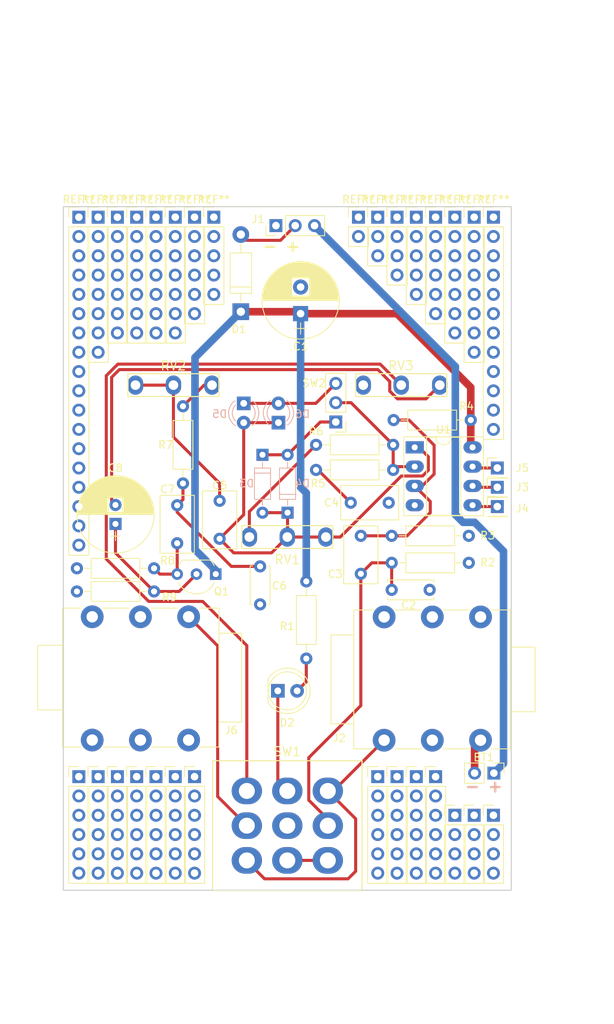
<source format=kicad_pcb>
(kicad_pcb (version 4) (host pcbnew 4.0.7)
  (layers (0 F.Cu signal) (31 B.Cu signal) (34 B.Paste user) (35 F.Paste user) (36 B.SilkS user) (37 F.SilkS user) (38 B.Mask user) (39 F.Mask user) (44 Edge.Cuts user))
  (net 0 "")
  (net 1 +9V)
  (net 2 GND)
  (net 3 "Net-(C2-Pad1)")
  (net 4 "Net-(C3-Pad1)")
  (net 5 "Net-(C4-Pad1)")
  (net 6 "Net-(C5-Pad1)")
  (net 7 "Net-(C5-Pad2)")
  (net 8 "Net-(C6-Pad1)")
  (net 9 "Net-(C7-Pad1)")
  (net 10 "Net-(C8-Pad1)")
  (net 11 "Net-(C8-Pad2)")
  (net 12 "Net-(D1-Pad2)")
  (net 13 "Net-(D2-Pad1)")
  (net 14 "Net-(D2-Pad2)")
  (net 15 "Net-(D3-Pad1)")
  (net 16 "Net-(D5-Pad1)")
  (net 17 "Net-(J2-Pad1)")
  (net 18 "Net-(J3-Pad1)")
  (net 19 "Net-(J4-Pad1)")
  (net 20 "Net-(J5-Pad1)")
  (net 21 "Net-(J6-Pad4)")
  (net 22 "Net-(J6-Pad1)")
  (net 23 "Net-(R5-Pad1)")
  (net 24 "Net-(R6-Pad1)")
  (net 25 "Net-(R7-Pad2)")
  (net 26 "Net-(RV3-Pad2)")
  (net 27 "Net-(SW1-Pad3)")
  (net 28 /Batt+)
  (net 29 /Batt-)
  (module guitar-projects:pot_16mm_long_lead (layer F.Cu) (at 113 117)
    (fp_text reference RV1 (at 0 2.97) (layer F.SilkS) (effects (font (size 1.2 1.2))))
    (fp_text value "1M Log")
    (pad 1 thru_hole oval (at -5 0) (size 2.032 2.54) (drill 1.27) (layers *.Cu *.Mask) (net 24 "Net-(R6-Pad1)"))
    (pad 2 thru_hole oval (at 0 0) (size 2.032 2.54) (drill 1.27) (layers *.Cu *.Mask) (net 7 "Net-(C5-Pad2)"))
    (pad 3 thru_hole oval (at 5.08 0) (size 2.032 2.54) (drill 1.27) (layers *.Cu *.Mask) (net 7 "Net-(C5-Pad2)"))
  )
  (module guitar-projects:pot_16mm_long_lead (layer F.Cu) (at 128 97)
    (fp_text reference RV3 (at -0.042 -2.552) (layer F.SilkS) (effects (font (size 1.2 1.2))))
    (fp_text value "100k Log")
    (pad 1 thru_hole oval (at -5 0) (size 2.032 2.54) (drill 1.27) (layers *.Cu *.Mask) (net 2 GND))
    (pad 2 thru_hole oval (at 0 0) (size 2.032 2.54) (drill 1.27) (layers *.Cu *.Mask) (net 26 "Net-(RV3-Pad2)"))
    (pad 3 thru_hole oval (at 5.08 0) (size 2.032 2.54) (drill 1.27) (layers *.Cu *.Mask) (net 11 "Net-(C8-Pad2)"))
  )
  (module pot_16mm_long_lead (layer F.Cu) (at 98 97)
    (fp_text reference RV2 (at -0.014 -2.552) (layer F.SilkS) (effects (font (size 1.2 1.2))))
    (fp_text value "100k Lin")
    (pad 1 thru_hole oval (at -5 0) (size 2.032 2.54) (drill 1.27) (layers *.Cu *.Mask) (net 6 "Net-(C5-Pad1)"))
    (pad 2 thru_hole oval (at 0 0) (size 2.032 2.54) (drill 1.27) (layers *.Cu *.Mask) (net 6 "Net-(C5-Pad1)"))
    (pad 3 thru_hole oval (at 5.08 0) (size 2.032 2.54) (drill 1.27) (layers *.Cu *.Mask) (net 25 "Net-(R7-Pad2)"))
  )
  (module guitar-projects:3PDT_Solder_Lugs (layer F.Cu) (at 113 155 180)
    (fp_text reference SW1 (at 0.028 9.752 360) (layer F.SilkS) (effects (font (size 1.2 1.2))))
    (fp_text value SW_3PDT)
    (pad 9 thru_hole oval (at 5.334 -4.572 90) (size 3.5 4) (drill 2.1) (layers *.Cu *.Mask) (net 17 "Net-(J2-Pad1)"))
    (pad 8 thru_hole oval (at 5.334 0 90) (size 3.5 4) (drill 2.1) (layers *.Cu *.Mask) (net 22 "Net-(J6-Pad1)"))
    (pad 7 thru_hole oval (at 5.334 4.572 90) (size 3.5 4) (drill 2.1) (layers *.Cu *.Mask) (net 26 "Net-(RV3-Pad2)"))
    (pad 4 thru_hole oval (at 0 4.572 90) (size 3.5 4) (drill 2.1) (layers *.Cu *.Mask) (net 13 "Net-(D2-Pad1)"))
    (pad 1 thru_hole oval (at -5.334 4.572 90) (size 3.5 4) (drill 2.1) (layers *.Cu *.Mask) (net 17 "Net-(J2-Pad1)"))
    (pad 5 thru_hole oval (at 0 0 90) (size 3.5 4) (drill 2.1) (layers *.Cu *.Mask) (net 2 GND))
    (pad 2 thru_hole oval (at -5.334 0 90) (size 3.5 4) (drill 2.1) (layers *.Cu *.Mask) (net 3 "Net-(C2-Pad1)"))
    (pad 6 thru_hole oval (at 0 -4.572 90) (size 3.5 4) (drill 2.1) (layers *.Cu *.Mask) (net 27 "Net-(SW1-Pad3)"))
    (pad 3 thru_hole oval (at -5.334 -4.572 90) (size 3.5 4) (drill 2.1) (layers *.Cu *.Mask) (net 27 "Net-(SW1-Pad3)"))
  )
  (module Pin_Headers:Pin_Header_Straight_1x02_Pitch2.54mm (layer F.Cu) (at 140.208 148.082 270)
    (fp_text reference BT1 (at -2.072 1.328 360) (layer F.SilkS))
    (fp_text value 9V)
    (pad 1 thru_hole rect (at 0 0 270) (size 1.7 1.7) (drill 1) (layers *.Cu *.Mask) (net 28 /Batt+))
    (pad 2 thru_hole oval (at 0 2.54 270) (size 1.7 1.7) (drill 1) (layers *.Cu *.Mask) (net 29 /Batt-))
  )
  (module Capacitors_THT:CP_Radial_D10.0mm_P3.50mm (layer F.Cu) (at 114.75 87.59 90)
    (fp_text reference C1 (at -4.318 0 180) (layer F.SilkS))
    (fp_text value 100u)
    (pad 1 thru_hole rect (at 0 0 90) (size 2 2) (drill 1) (layers *.Cu *.Mask) (net 1 +9V))
    (pad 2 thru_hole circle (at 3.5 0 90) (size 2 2) (drill 1) (layers *.Cu *.Mask) (net 2 GND))
  )
  (module Capacitors_THT:C_Disc_D6.0mm_W2.5mm_P5.00mm (layer F.Cu) (at 126.746 123.952)
    (fp_text reference C2 (at 2.228 1.992) (layer F.SilkS))
    (fp_text value 0.001u)
    (pad 1 thru_hole circle (at 0 0) (size 1.6 1.6) (drill 0.8) (layers *.Cu *.Mask) (net 3 "Net-(C2-Pad1)"))
    (pad 2 thru_hole circle (at 5 0) (size 1.6 1.6) (drill 0.8) (layers *.Cu *.Mask) (net 2 GND))
  )
  (module Capacitors_THT:C_Disc_D7.5mm_W4.4mm_P5.00mm (layer F.Cu) (at 122.682 116.84 270)
    (fp_text reference C3 (at 5.04 3.36 360) (layer F.SilkS))
    (fp_text value 0.047u)
    (pad 1 thru_hole circle (at 0 0 270) (size 1.6 1.6) (drill 0.8) (layers *.Cu *.Mask) (net 4 "Net-(C3-Pad1)"))
    (pad 2 thru_hole circle (at 5 0 270) (size 1.6 1.6) (drill 0.8) (layers *.Cu *.Mask) (net 3 "Net-(C2-Pad1)"))
  )
  (module Capacitors_THT:C_Disc_D7.5mm_W4.4mm_P5.00mm (layer F.Cu) (at 121.354 112.482)
    (fp_text reference C4 (at -2.54 0) (layer F.SilkS))
    (fp_text value 0.22u)
    (pad 1 thru_hole circle (at 0 0) (size 1.6 1.6) (drill 0.8) (layers *.Cu *.Mask) (net 5 "Net-(C4-Pad1)"))
    (pad 2 thru_hole circle (at 5 0) (size 1.6 1.6) (drill 0.8) (layers *.Cu *.Mask) (net 2 GND))
  )
  (module Capacitors_THT:C_Disc_D7.5mm_W4.4mm_P5.00mm (layer F.Cu) (at 104.082 112.228 270)
    (fp_text reference C5 (at -2.032 0 360) (layer F.SilkS))
    (fp_text value 0.1u)
    (pad 1 thru_hole circle (at 0 0 270) (size 1.6 1.6) (drill 0.8) (layers *.Cu *.Mask) (net 6 "Net-(C5-Pad1)"))
    (pad 2 thru_hole circle (at 5 0 270) (size 1.6 1.6) (drill 0.8) (layers *.Cu *.Mask) (net 7 "Net-(C5-Pad2)"))
  )
  (module Capacitors_THT:C_Disc_D5.0mm_W2.5mm_P5.00mm (layer F.Cu) (at 109.416 120.864 270)
    (fp_text reference C6 (at 2.54 -2.54 360) (layer F.SilkS))
    (fp_text value 0.0033u)
    (pad 1 thru_hole circle (at 0 0 270) (size 1.6 1.6) (drill 0.8) (layers *.Cu *.Mask) (net 8 "Net-(C6-Pad1)"))
    (pad 2 thru_hole circle (at 5 0 270) (size 1.6 1.6) (drill 0.8) (layers *.Cu *.Mask) (net 2 GND))
  )
  (module Capacitors_THT:C_Disc_D7.5mm_W4.4mm_P5.00mm (layer F.Cu) (at 98.494 117.816 90)
    (fp_text reference C7 (at 7.112 -1.27 180) (layer F.SilkS))
    (fp_text value 0.1u)
    (pad 1 thru_hole circle (at 0 0 90) (size 1.6 1.6) (drill 0.8) (layers *.Cu *.Mask) (net 9 "Net-(C7-Pad1)"))
    (pad 2 thru_hole circle (at 5 0 90) (size 1.6 1.6) (drill 0.8) (layers *.Cu *.Mask) (net 8 "Net-(C6-Pad1)"))
  )
  (module Capacitors_THT:CP_Radial_D10.0mm_P2.50mm (layer F.Cu) (at 90.366 115.276 90)
    (fp_text reference C8 (at 7.366 0 180) (layer F.SilkS))
    (fp_text value 10u)
    (pad 1 thru_hole rect (at 0 0 90) (size 1.6 1.6) (drill 0.8) (layers *.Cu *.Mask) (net 10 "Net-(C8-Pad1)"))
    (pad 2 thru_hole circle (at 2.5 0 90) (size 1.6 1.6) (drill 0.8) (layers *.Cu *.Mask) (net 11 "Net-(C8-Pad2)"))
  )
  (module Diodes_THT:D_DO-41_SOD81_P10.16mm_Horizontal (layer F.Cu) (at 106.876 87.336 90)
    (fp_text reference D1 (at -2.286 -0.254 180) (layer F.SilkS))
    (fp_text value 1n5818)
    (pad 1 thru_hole rect (at 0 0 90) (size 2.2 2.2) (drill 1.1) (layers *.Cu *.Mask) (net 1 +9V))
    (pad 2 thru_hole oval (at 10.16 0 90) (size 2.2 2.2) (drill 1.1) (layers *.Cu *.Mask) (net 12 "Net-(D1-Pad2)"))
  )
  (module LEDs:LED_D5.0mm (layer F.Cu) (at 111.75 137.25)
    (fp_text reference D2 (at 1.222 4.188) (layer F.SilkS))
    (fp_text value LED)
    (pad 1 thru_hole rect (at 0 0) (size 1.8 1.8) (drill 0.9) (layers *.Cu *.Mask) (net 13 "Net-(D2-Pad1)"))
    (pad 2 thru_hole circle (at 2.54 0) (size 1.8 1.8) (drill 0.9) (layers *.Cu *.Mask) (net 14 "Net-(D2-Pad2)"))
  )
  (module LEDs:LED_D3.0mm (layer B.Cu) (at 107.257 99.401 270)
    (fp_text reference D5 (at 1.397 3.175 360) (layer B.SilkS) (effects (justify mirror)))
    (fp_text value LED)
    (pad 1 thru_hole rect (at 0 0 270) (size 1.8 1.8) (drill 0.9) (layers *.Cu *.Mask) (net 16 "Net-(D5-Pad1)"))
    (pad 2 thru_hole circle (at 2.54 0 270) (size 1.8 1.8) (drill 0.9) (layers *.Cu *.Mask) (net 7 "Net-(C5-Pad2)"))
  )
  (module LEDs:LED_D3.0mm (layer B.Cu) (at 111.829 101.941 90)
    (fp_text reference D6 (at 1.143 3.175 180) (layer B.SilkS) (effects (justify mirror)))
    (fp_text value LED)
    (pad 1 thru_hole rect (at 0 0 90) (size 1.8 1.8) (drill 0.9) (layers *.Cu *.Mask) (net 7 "Net-(C5-Pad2)"))
    (pad 2 thru_hole circle (at 2.54 0 90) (size 1.8 1.8) (drill 0.9) (layers *.Cu *.Mask) (net 16 "Net-(D5-Pad1)"))
  )
  (module Pin_Headers:Pin_Header_Straight_1x03_Pitch2.54mm (layer F.Cu) (at 111.5 76 90)
    (fp_text reference J1 (at 0.856 -2.338 180) (layer F.SilkS))
    (fp_text value "2.1mm Center Neg Insulated")
    (pad 1 thru_hole rect (at 0 0 90) (size 1.7 1.7) (drill 1) (layers *.Cu *.Mask) (net 2 GND))
    (pad 2 thru_hole oval (at 0 2.54 90) (size 1.7 1.7) (drill 1) (layers *.Cu *.Mask) (net 12 "Net-(D1-Pad2)"))
    (pad 3 thru_hole oval (at 0 5.08 90) (size 1.7 1.7) (drill 1) (layers *.Cu *.Mask) (net 28 /Batt+))
  )
  (module Connectors:NMJ6HCD2 (layer F.Cu) (at 125.75 143.75 90)
    (fp_text reference J2 (at 0.28 -5.92 180) (layer F.SilkS))
    (fp_text value "Input Stereo")
    (pad 6 thru_hole circle (at 16.23 6.35 90) (size 3 3) (drill 1.5) (layers *.Cu *.Mask) (net 2 GND))
    (pad 5 thru_hole circle (at 16.23 12.7 90) (size 3 3) (drill 1.5) (layers *.Cu *.Mask) (net 2 GND))
    (pad 4 thru_hole circle (at 16.23 0 90) (size 3 3) (drill 1.5) (layers *.Cu *.Mask) (net 2 GND))
    (pad 3 thru_hole circle (at 0 6.35 90) (size 3 3) (drill 1.5) (layers *.Cu *.Mask) (net 2 GND))
    (pad 2 thru_hole circle (at 0 12.7 90) (size 3 3) (drill 1.5) (layers *.Cu *.Mask) (net 29 /Batt-))
    (pad 1 thru_hole circle (at 0 0 90) (size 3 3) (drill 1.5) (layers *.Cu *.Mask) (net 17 "Net-(J2-Pad1)"))
  )
  (module Pin_Headers:Pin_Header_Straight_1x01_Pitch2.54mm (layer F.Cu) (at 140.658 110.45)
    (fp_text reference J3 (at 3.302 0) (layer F.SilkS))
    (fp_text value TEST_1P)
    (pad 1 thru_hole rect (at 0 0) (size 1.7 1.7) (drill 1) (layers *.Cu *.Mask) (net 18 "Net-(J3-Pad1)"))
  )
  (module Pin_Headers:Pin_Header_Straight_1x01_Pitch2.54mm (layer F.Cu) (at 140.658 112.99)
    (fp_text reference J4 (at 3.302 0.254) (layer F.SilkS))
    (fp_text value TEST_1P)
    (pad 1 thru_hole rect (at 0 0) (size 1.7 1.7) (drill 1) (layers *.Cu *.Mask) (net 19 "Net-(J4-Pad1)"))
  )
  (module Pin_Headers:Pin_Header_Straight_1x01_Pitch2.54mm (layer F.Cu) (at 140.658 107.91)
    (fp_text reference J5 (at 3.302 0) (layer F.SilkS))
    (fp_text value TEST_1P)
    (pad 1 thru_hole rect (at 0 0) (size 1.7 1.7) (drill 1) (layers *.Cu *.Mask) (net 20 "Net-(J5-Pad1)"))
  )
  (module Connectors:NMJ6HCD2 (layer F.Cu) (at 100 127.5 270)
    (fp_text reference J6 (at 14.954 -5.606 360) (layer F.SilkS))
    (fp_text value "Output Mono")
    (pad 6 thru_hole circle (at 16.23 6.35 270) (size 3 3) (drill 1.5) (layers *.Cu *.Mask) (net 2 GND))
    (pad 5 thru_hole circle (at 16.23 12.7 270) (size 3 3) (drill 1.5) (layers *.Cu *.Mask) (net 2 GND))
    (pad 4 thru_hole circle (at 16.23 0 270) (size 3 3) (drill 1.5) (layers *.Cu *.Mask) (net 21 "Net-(J6-Pad4)"))
    (pad 3 thru_hole circle (at 0 6.35 270) (size 3 3) (drill 1.5) (layers *.Cu *.Mask) (net 2 GND))
    (pad 2 thru_hole circle (at 0 12.7 270) (size 3 3) (drill 1.5) (layers *.Cu *.Mask) (net 2 GND))
    (pad 1 thru_hole circle (at 0 0 270) (size 3 3) (drill 1.5) (layers *.Cu *.Mask) (net 22 "Net-(J6-Pad1)"))
  )
  (module TO_SOT_Packages_THT:TO-92_Inline_Wide (layer F.Cu) (at 103.574 121.88 180)
    (fp_text reference Q1 (at -0.762 -2.286 360) (layer F.SilkS))
    (fp_text value j201)
    (pad 2 thru_hole circle (at 2.54 0 270) (size 1.52 1.52) (drill 0.8) (layers *.Cu *.Mask) (net 10 "Net-(C8-Pad1)"))
    (pad 3 thru_hole circle (at 5.08 0 270) (size 1.52 1.52) (drill 0.8) (layers *.Cu *.Mask) (net 9 "Net-(C7-Pad1)"))
    (pad 1 thru_hole rect (at 0 0 270) (size 1.52 1.52) (drill 0.8) (layers *.Cu *.Mask) (net 1 +9V))
  )
  (module Resistors_THT:R_Axial_DIN0207_L6.3mm_D2.5mm_P10.16mm_Horizontal (layer F.Cu) (at 115.5 133 90)
    (fp_text reference R1 (at 4.262 -2.528 180) (layer F.SilkS))
    (fp_text value 10k)
    (pad 1 thru_hole circle (at 0 0 90) (size 1.6 1.6) (drill 0.8) (layers *.Cu *.Mask) (net 14 "Net-(D2-Pad2)"))
    (pad 2 thru_hole oval (at 10.16 0 90) (size 1.6 1.6) (drill 0.8) (layers *.Cu *.Mask) (net 1 +9V))
  )
  (module Resistors_THT:R_Axial_DIN0207_L6.3mm_D2.5mm_P10.16mm_Horizontal (layer F.Cu) (at 126.746 120.396)
    (fp_text reference R2 (at 12.642 -0.04) (layer F.SilkS))
    (fp_text value 1M)
    (pad 1 thru_hole circle (at 0 0) (size 1.6 1.6) (drill 0.8) (layers *.Cu *.Mask) (net 3 "Net-(C2-Pad1)"))
    (pad 2 thru_hole oval (at 10.16 0) (size 1.6 1.6) (drill 0.8) (layers *.Cu *.Mask) (net 2 GND))
  )
  (module Resistors_THT:R_Axial_DIN0207_L6.3mm_D2.5mm_P10.16mm_Horizontal (layer F.Cu) (at 126.746 116.84)
    (fp_text reference R3 (at 12.642 -0.04) (layer F.SilkS))
    (fp_text value 470k)
    (pad 1 thru_hole circle (at 0 0) (size 1.6 1.6) (drill 0.8) (layers *.Cu *.Mask) (net 4 "Net-(C3-Pad1)"))
    (pad 2 thru_hole oval (at 10.16 0) (size 1.6 1.6) (drill 0.8) (layers *.Cu *.Mask) (net 2 GND))
  )
  (module Resistors_THT:R_Axial_DIN0207_L6.3mm_D2.5mm_P10.16mm_Horizontal (layer F.Cu) (at 137.16 101.6 180)
    (fp_text reference R4 (at 0.566 1.818 180) (layer F.SilkS))
    (fp_text value 470k)
    (pad 1 thru_hole circle (at 0 0 180) (size 1.6 1.6) (drill 0.8) (layers *.Cu *.Mask) (net 1 +9V))
    (pad 2 thru_hole oval (at 10.16 0 180) (size 1.6 1.6) (drill 0.8) (layers *.Cu *.Mask) (net 4 "Net-(C3-Pad1)"))
  )
  (module Resistors_THT:R_Axial_DIN0207_L6.3mm_D2.5mm_P10.16mm_Horizontal (layer F.Cu) (at 126.942 108.164 180)
    (fp_text reference R5 (at 9.906 -1.778 180) (layer F.SilkS))
    (fp_text value 1k8)
    (pad 1 thru_hole circle (at 0 0 180) (size 1.6 1.6) (drill 0.8) (layers *.Cu *.Mask) (net 23 "Net-(R5-Pad1)"))
    (pad 2 thru_hole oval (at 10.16 0 180) (size 1.6 1.6) (drill 0.8) (layers *.Cu *.Mask) (net 5 "Net-(C4-Pad1)"))
  )
  (module Resistors_THT:R_Axial_DIN0207_L6.3mm_D2.5mm_P10.16mm_Horizontal (layer F.Cu) (at 116.782 104.862)
    (fp_text reference R6 (at 0 -1.778) (layer F.SilkS))
    (fp_text value 10k)
    (pad 1 thru_hole circle (at 0 0) (size 1.6 1.6) (drill 0.8) (layers *.Cu *.Mask) (net 24 "Net-(R6-Pad1)"))
    (pad 2 thru_hole oval (at 10.16 0) (size 1.6 1.6) (drill 0.8) (layers *.Cu *.Mask) (net 23 "Net-(R5-Pad1)"))
  )
  (module Resistors_THT:R_Axial_DIN0207_L6.3mm_D2.5mm_P10.16mm_Horizontal (layer F.Cu) (at 99.256 109.942 90)
    (fp_text reference R7 (at 5.08 -2.286 180) (layer F.SilkS))
    (fp_text value 1k8)
    (pad 1 thru_hole circle (at 0 0 90) (size 1.6 1.6) (drill 0.8) (layers *.Cu *.Mask) (net 8 "Net-(C6-Pad1)"))
    (pad 2 thru_hole oval (at 10.16 0 90) (size 1.6 1.6) (drill 0.8) (layers *.Cu *.Mask) (net 25 "Net-(R7-Pad2)"))
  )
  (module Resistors_THT:R_Axial_DIN0207_L6.3mm_D2.5mm_P10.16mm_Horizontal (layer F.Cu) (at 95.446 121.118 180)
    (fp_text reference R8 (at -1.778 1.016 180) (layer F.SilkS))
    (fp_text value 1M)
    (pad 1 thru_hole circle (at 0 0 180) (size 1.6 1.6) (drill 0.8) (layers *.Cu *.Mask) (net 9 "Net-(C7-Pad1)"))
    (pad 2 thru_hole oval (at 10.16 0 180) (size 1.6 1.6) (drill 0.8) (layers *.Cu *.Mask) (net 2 GND))
  )
  (module Resistors_THT:R_Axial_DIN0207_L6.3mm_D2.5mm_P10.16mm_Horizontal (layer F.Cu) (at 95.446 124.166 180)
    (fp_text reference R9 (at -2.032 -0.762 180) (layer F.SilkS))
    (fp_text value 10k)
    (pad 1 thru_hole circle (at 0 0 180) (size 1.6 1.6) (drill 0.8) (layers *.Cu *.Mask) (net 10 "Net-(C8-Pad1)"))
    (pad 2 thru_hole oval (at 10.16 0 180) (size 1.6 1.6) (drill 0.8) (layers *.Cu *.Mask) (net 2 GND))
  )
  (module Pin_Headers:Pin_Header_Straight_1x03_Pitch2.54mm (layer F.Cu) (at 119.38 101.854 180)
    (fp_text reference SW2 (at 2.852 5.12 180) (layer F.SilkS))
    (fp_text value SW_SPDT)
    (pad 1 thru_hole rect (at 0 0 180) (size 1.7 1.7) (drill 1) (layers *.Cu *.Mask) (net 15 "Net-(D3-Pad1)"))
    (pad 2 thru_hole oval (at 0 2.54 180) (size 1.7 1.7) (drill 1) (layers *.Cu *.Mask) (net 23 "Net-(R5-Pad1)"))
    (pad 3 thru_hole oval (at 0 5.08 180) (size 1.7 1.7) (drill 1) (layers *.Cu *.Mask) (net 16 "Net-(D5-Pad1)"))
  )
  (module Housings_DIP:DIP-8_W7.62mm_Socket_LongPads (layer F.Cu) (at 129.778 105.19)
    (fp_text reference U1 (at 3.81 -2.33) (layer F.SilkS))
    (fp_text value NE5532)
    (pad 1 thru_hole rect (at 0 0) (size 2.4 1.6) (drill 0.8) (layers *.Cu *.Mask) (net 7 "Net-(C5-Pad2)"))
    (pad 5 thru_hole oval (at 7.62 7.62) (size 2.4 1.6) (drill 0.8) (layers *.Cu *.Mask) (net 19 "Net-(J4-Pad1)"))
    (pad 2 thru_hole oval (at 0 2.54) (size 2.4 1.6) (drill 0.8) (layers *.Cu *.Mask) (net 23 "Net-(R5-Pad1)"))
    (pad 6 thru_hole oval (at 7.62 5.08) (size 2.4 1.6) (drill 0.8) (layers *.Cu *.Mask) (net 18 "Net-(J3-Pad1)"))
    (pad 3 thru_hole oval (at 0 5.08) (size 2.4 1.6) (drill 0.8) (layers *.Cu *.Mask) (net 4 "Net-(C3-Pad1)"))
    (pad 7 thru_hole oval (at 7.62 2.54) (size 2.4 1.6) (drill 0.8) (layers *.Cu *.Mask) (net 20 "Net-(J5-Pad1)"))
    (pad 4 thru_hole oval (at 0 7.62) (size 2.4 1.6) (drill 0.8) (layers *.Cu *.Mask) (net 2 GND))
    (pad 8 thru_hole oval (at 7.62 0) (size 2.4 1.6) (drill 0.8) (layers *.Cu *.Mask) (net 1 +9V))
  )
  (module Diodes_THT:D_DO-35_SOD27_P7.62mm_Horizontal (layer B.Cu) (at 109.728 106.172 270)
    (fp_text reference D3 (at 3.77 2.09 360) (layer B.SilkS) (effects (justify mirror)))
    (fp_text value 1N4148)
    (pad 1 thru_hole rect (at 0 0 270) (size 1.6 1.6) (drill 0.8) (layers *.Cu *.Mask) (net 15 "Net-(D3-Pad1)"))
    (pad 2 thru_hole oval (at 7.62 0 270) (size 1.6 1.6) (drill 0.8) (layers *.Cu *.Mask) (net 7 "Net-(C5-Pad2)"))
  )
  (module Diodes_THT:D_DO-35_SOD27_P7.62mm_Horizontal (layer B.Cu) (at 113.03 113.792 90)
    (fp_text reference D4 (at 3.85 1.974 180) (layer B.SilkS) (effects (justify mirror)))
    (fp_text value 1N4148)
    (pad 1 thru_hole rect (at 0 0 90) (size 1.6 1.6) (drill 0.8) (layers *.Cu *.Mask) (net 7 "Net-(C5-Pad2)"))
    (pad 2 thru_hole oval (at 7.62 0 90) (size 1.6 1.6) (drill 0.8) (layers *.Cu *.Mask) (net 15 "Net-(D3-Pad1)"))
  )
  (module Pin_Headers:Pin_Header_Straight_1x07_Pitch2.54mm (layer F.Cu) (at 90.62 74.89)
    (fp_text reference REF** (at 0 -2.33) (layer F.SilkS))
    (fp_text value "")
    (pad 1 thru_hole rect (at 0 0) (size 1.7 1.7) (drill 1) (layers *.Cu *.Mask))
    (pad 2 thru_hole oval (at 0 2.54) (size 1.7 1.7) (drill 1) (layers *.Cu *.Mask))
    (pad 3 thru_hole oval (at 0 5.08) (size 1.7 1.7) (drill 1) (layers *.Cu *.Mask))
    (pad 4 thru_hole oval (at 0 7.62) (size 1.7 1.7) (drill 1) (layers *.Cu *.Mask))
    (pad 5 thru_hole oval (at 0 10.16) (size 1.7 1.7) (drill 1) (layers *.Cu *.Mask))
    (pad 6 thru_hole oval (at 0 12.7) (size 1.7 1.7) (drill 1) (layers *.Cu *.Mask))
    (pad 7 thru_hole oval (at 0 15.24) (size 1.7 1.7) (drill 1) (layers *.Cu *.Mask))
  )
  (module Pin_Headers:Pin_Header_Straight_1x07_Pitch2.54mm (layer F.Cu) (at 93.16 74.89)
    (fp_text reference REF** (at 0 -2.33) (layer F.SilkS))
    (fp_text value "")
    (pad 1 thru_hole rect (at 0 0) (size 1.7 1.7) (drill 1) (layers *.Cu *.Mask))
    (pad 2 thru_hole oval (at 0 2.54) (size 1.7 1.7) (drill 1) (layers *.Cu *.Mask))
    (pad 3 thru_hole oval (at 0 5.08) (size 1.7 1.7) (drill 1) (layers *.Cu *.Mask))
    (pad 4 thru_hole oval (at 0 7.62) (size 1.7 1.7) (drill 1) (layers *.Cu *.Mask))
    (pad 5 thru_hole oval (at 0 10.16) (size 1.7 1.7) (drill 1) (layers *.Cu *.Mask))
    (pad 6 thru_hole oval (at 0 12.7) (size 1.7 1.7) (drill 1) (layers *.Cu *.Mask))
    (pad 7 thru_hole oval (at 0 15.24) (size 1.7 1.7) (drill 1) (layers *.Cu *.Mask))
  )
  (module Pin_Headers:Pin_Header_Straight_1x07_Pitch2.54mm (layer F.Cu) (at 95.7 74.89)
    (fp_text reference REF** (at 0 -2.33) (layer F.SilkS))
    (fp_text value "")
    (pad 1 thru_hole rect (at 0 0) (size 1.7 1.7) (drill 1) (layers *.Cu *.Mask))
    (pad 2 thru_hole oval (at 0 2.54) (size 1.7 1.7) (drill 1) (layers *.Cu *.Mask))
    (pad 3 thru_hole oval (at 0 5.08) (size 1.7 1.7) (drill 1) (layers *.Cu *.Mask))
    (pad 4 thru_hole oval (at 0 7.62) (size 1.7 1.7) (drill 1) (layers *.Cu *.Mask))
    (pad 5 thru_hole oval (at 0 10.16) (size 1.7 1.7) (drill 1) (layers *.Cu *.Mask))
    (pad 6 thru_hole oval (at 0 12.7) (size 1.7 1.7) (drill 1) (layers *.Cu *.Mask))
    (pad 7 thru_hole oval (at 0 15.24) (size 1.7 1.7) (drill 1) (layers *.Cu *.Mask))
  )
  (module Pin_Headers:Pin_Header_Straight_1x07_Pitch2.54mm (layer F.Cu) (at 98.24 74.89)
    (fp_text reference REF** (at 0 -2.33) (layer F.SilkS))
    (fp_text value "")
    (pad 1 thru_hole rect (at 0 0) (size 1.7 1.7) (drill 1) (layers *.Cu *.Mask))
    (pad 2 thru_hole oval (at 0 2.54) (size 1.7 1.7) (drill 1) (layers *.Cu *.Mask))
    (pad 3 thru_hole oval (at 0 5.08) (size 1.7 1.7) (drill 1) (layers *.Cu *.Mask))
    (pad 4 thru_hole oval (at 0 7.62) (size 1.7 1.7) (drill 1) (layers *.Cu *.Mask))
    (pad 5 thru_hole oval (at 0 10.16) (size 1.7 1.7) (drill 1) (layers *.Cu *.Mask))
    (pad 6 thru_hole oval (at 0 12.7) (size 1.7 1.7) (drill 1) (layers *.Cu *.Mask))
    (pad 7 thru_hole oval (at 0 15.24) (size 1.7 1.7) (drill 1) (layers *.Cu *.Mask))
  )
  (module Pin_Headers:Pin_Header_Straight_1x06_Pitch2.54mm (layer F.Cu) (at 100.78 74.89)
    (fp_text reference REF** (at 0 -2.33) (layer F.SilkS))
    (fp_text value "")
    (pad 1 thru_hole rect (at 0 0) (size 1.7 1.7) (drill 1) (layers *.Cu *.Mask))
    (pad 2 thru_hole oval (at 0 2.54) (size 1.7 1.7) (drill 1) (layers *.Cu *.Mask))
    (pad 3 thru_hole oval (at 0 5.08) (size 1.7 1.7) (drill 1) (layers *.Cu *.Mask))
    (pad 4 thru_hole oval (at 0 7.62) (size 1.7 1.7) (drill 1) (layers *.Cu *.Mask))
    (pad 5 thru_hole oval (at 0 10.16) (size 1.7 1.7) (drill 1) (layers *.Cu *.Mask))
    (pad 6 thru_hole oval (at 0 12.7) (size 1.7 1.7) (drill 1) (layers *.Cu *.Mask))
  )
  (module Pin_Headers:Pin_Header_Straight_1x05_Pitch2.54mm (layer F.Cu) (at 103.32 74.89)
    (fp_text reference REF** (at 0 -2.33) (layer F.SilkS))
    (fp_text value "")
    (pad 1 thru_hole rect (at 0 0) (size 1.7 1.7) (drill 1) (layers *.Cu *.Mask))
    (pad 2 thru_hole oval (at 0 2.54) (size 1.7 1.7) (drill 1) (layers *.Cu *.Mask))
    (pad 3 thru_hole oval (at 0 5.08) (size 1.7 1.7) (drill 1) (layers *.Cu *.Mask))
    (pad 4 thru_hole oval (at 0 7.62) (size 1.7 1.7) (drill 1) (layers *.Cu *.Mask))
    (pad 5 thru_hole oval (at 0 10.16) (size 1.7 1.7) (drill 1) (layers *.Cu *.Mask))
  )
  (module Pin_Headers:Pin_Header_Straight_1x12_Pitch2.54mm (layer F.Cu) (at 140.15 74.89)
    (fp_text reference REF** (at 0 -2.33) (layer F.SilkS))
    (fp_text value "")
    (pad 1 thru_hole rect (at 0 0) (size 1.7 1.7) (drill 1) (layers *.Cu *.Mask))
    (pad 2 thru_hole oval (at 0 2.54) (size 1.7 1.7) (drill 1) (layers *.Cu *.Mask))
    (pad 3 thru_hole oval (at 0 5.08) (size 1.7 1.7) (drill 1) (layers *.Cu *.Mask))
    (pad 4 thru_hole oval (at 0 7.62) (size 1.7 1.7) (drill 1) (layers *.Cu *.Mask))
    (pad 5 thru_hole oval (at 0 10.16) (size 1.7 1.7) (drill 1) (layers *.Cu *.Mask))
    (pad 6 thru_hole oval (at 0 12.7) (size 1.7 1.7) (drill 1) (layers *.Cu *.Mask))
    (pad 7 thru_hole oval (at 0 15.24) (size 1.7 1.7) (drill 1) (layers *.Cu *.Mask))
    (pad 8 thru_hole oval (at 0 17.78) (size 1.7 1.7) (drill 1) (layers *.Cu *.Mask))
    (pad 9 thru_hole oval (at 0 20.32) (size 1.7 1.7) (drill 1) (layers *.Cu *.Mask))
    (pad 10 thru_hole oval (at 0 22.86) (size 1.7 1.7) (drill 1) (layers *.Cu *.Mask))
    (pad 11 thru_hole oval (at 0 25.4) (size 1.7 1.7) (drill 1) (layers *.Cu *.Mask))
    (pad 12 thru_hole oval (at 0 27.94) (size 1.7 1.7) (drill 1) (layers *.Cu *.Mask))
  )
  (module Pin_Headers:Pin_Header_Straight_1x08_Pitch2.54mm (layer F.Cu) (at 137.61 74.89)
    (fp_text reference REF** (at 0 -2.33) (layer F.SilkS))
    (fp_text value "")
    (pad 1 thru_hole rect (at 0 0) (size 1.7 1.7) (drill 1) (layers *.Cu *.Mask))
    (pad 2 thru_hole oval (at 0 2.54) (size 1.7 1.7) (drill 1) (layers *.Cu *.Mask))
    (pad 3 thru_hole oval (at 0 5.08) (size 1.7 1.7) (drill 1) (layers *.Cu *.Mask))
    (pad 4 thru_hole oval (at 0 7.62) (size 1.7 1.7) (drill 1) (layers *.Cu *.Mask))
    (pad 5 thru_hole oval (at 0 10.16) (size 1.7 1.7) (drill 1) (layers *.Cu *.Mask))
    (pad 6 thru_hole oval (at 0 12.7) (size 1.7 1.7) (drill 1) (layers *.Cu *.Mask))
    (pad 7 thru_hole oval (at 0 15.24) (size 1.7 1.7) (drill 1) (layers *.Cu *.Mask))
    (pad 8 thru_hole oval (at 0 17.78) (size 1.7 1.7) (drill 1) (layers *.Cu *.Mask))
  )
  (module Pin_Headers:Pin_Header_Straight_1x07_Pitch2.54mm (layer F.Cu) (at 135.07 74.89)
    (fp_text reference REF** (at 0 -2.33) (layer F.SilkS))
    (fp_text value "")
    (pad 1 thru_hole rect (at 0 0) (size 1.7 1.7) (drill 1) (layers *.Cu *.Mask))
    (pad 2 thru_hole oval (at 0 2.54) (size 1.7 1.7) (drill 1) (layers *.Cu *.Mask))
    (pad 3 thru_hole oval (at 0 5.08) (size 1.7 1.7) (drill 1) (layers *.Cu *.Mask))
    (pad 4 thru_hole oval (at 0 7.62) (size 1.7 1.7) (drill 1) (layers *.Cu *.Mask))
    (pad 5 thru_hole oval (at 0 10.16) (size 1.7 1.7) (drill 1) (layers *.Cu *.Mask))
    (pad 6 thru_hole oval (at 0 12.7) (size 1.7 1.7) (drill 1) (layers *.Cu *.Mask))
    (pad 7 thru_hole oval (at 0 15.24) (size 1.7 1.7) (drill 1) (layers *.Cu *.Mask))
  )
  (module Pin_Headers:Pin_Header_Straight_1x06_Pitch2.54mm (layer F.Cu) (at 132.53 74.89)
    (fp_text reference REF** (at 0 -2.33) (layer F.SilkS))
    (fp_text value "")
    (pad 1 thru_hole rect (at 0 0) (size 1.7 1.7) (drill 1) (layers *.Cu *.Mask))
    (pad 2 thru_hole oval (at 0 2.54) (size 1.7 1.7) (drill 1) (layers *.Cu *.Mask))
    (pad 3 thru_hole oval (at 0 5.08) (size 1.7 1.7) (drill 1) (layers *.Cu *.Mask))
    (pad 4 thru_hole oval (at 0 7.62) (size 1.7 1.7) (drill 1) (layers *.Cu *.Mask))
    (pad 5 thru_hole oval (at 0 10.16) (size 1.7 1.7) (drill 1) (layers *.Cu *.Mask))
    (pad 6 thru_hole oval (at 0 12.7) (size 1.7 1.7) (drill 1) (layers *.Cu *.Mask))
  )
  (module Pin_Headers:Pin_Header_Straight_1x05_Pitch2.54mm (layer F.Cu) (at 129.99 74.89)
    (fp_text reference REF** (at 0 -2.33) (layer F.SilkS))
    (fp_text value "")
    (pad 1 thru_hole rect (at 0 0) (size 1.7 1.7) (drill 1) (layers *.Cu *.Mask))
    (pad 2 thru_hole oval (at 0 2.54) (size 1.7 1.7) (drill 1) (layers *.Cu *.Mask))
    (pad 3 thru_hole oval (at 0 5.08) (size 1.7 1.7) (drill 1) (layers *.Cu *.Mask))
    (pad 4 thru_hole oval (at 0 7.62) (size 1.7 1.7) (drill 1) (layers *.Cu *.Mask))
    (pad 5 thru_hole oval (at 0 10.16) (size 1.7 1.7) (drill 1) (layers *.Cu *.Mask))
  )
  (module Pin_Headers:Pin_Header_Straight_1x04_Pitch2.54mm (layer F.Cu) (at 127.45 74.89)
    (fp_text reference REF** (at 0 -2.33) (layer F.SilkS))
    (fp_text value "")
    (pad 1 thru_hole rect (at 0 0) (size 1.7 1.7) (drill 1) (layers *.Cu *.Mask))
    (pad 2 thru_hole oval (at 0 2.54) (size 1.7 1.7) (drill 1) (layers *.Cu *.Mask))
    (pad 3 thru_hole oval (at 0 5.08) (size 1.7 1.7) (drill 1) (layers *.Cu *.Mask))
    (pad 4 thru_hole oval (at 0 7.62) (size 1.7 1.7) (drill 1) (layers *.Cu *.Mask))
  )
  (module Pin_Headers:Pin_Header_Straight_1x03_Pitch2.54mm (layer F.Cu) (at 124.91 74.89)
    (fp_text reference REF** (at 0 -2.33) (layer F.SilkS))
    (fp_text value "")
    (pad 1 thru_hole rect (at 0 0) (size 1.7 1.7) (drill 1) (layers *.Cu *.Mask))
    (pad 2 thru_hole oval (at 0 2.54) (size 1.7 1.7) (drill 1) (layers *.Cu *.Mask))
    (pad 3 thru_hole oval (at 0 5.08) (size 1.7 1.7) (drill 1) (layers *.Cu *.Mask))
  )
  (module Pin_Headers:Pin_Header_Straight_1x02_Pitch2.54mm (layer F.Cu) (at 122.37 74.89)
    (fp_text reference REF** (at 0 -2.33) (layer F.SilkS))
    (fp_text value "")
    (pad 1 thru_hole rect (at 0 0) (size 1.7 1.7) (drill 1) (layers *.Cu *.Mask))
    (pad 2 thru_hole oval (at 0 2.54) (size 1.7 1.7) (drill 1) (layers *.Cu *.Mask))
  )
  (module Pin_Headers:Pin_Header_Straight_1x18_Pitch2.54mm (layer F.Cu) (at 85.54 74.89)
    (fp_text reference REF** (at 0 -2.33) (layer F.SilkS))
    (fp_text value "")
    (pad 1 thru_hole rect (at 0 0) (size 1.7 1.7) (drill 1) (layers *.Cu *.Mask))
    (pad 2 thru_hole oval (at 0 2.54) (size 1.7 1.7) (drill 1) (layers *.Cu *.Mask))
    (pad 3 thru_hole oval (at 0 5.08) (size 1.7 1.7) (drill 1) (layers *.Cu *.Mask))
    (pad 4 thru_hole oval (at 0 7.62) (size 1.7 1.7) (drill 1) (layers *.Cu *.Mask))
    (pad 5 thru_hole oval (at 0 10.16) (size 1.7 1.7) (drill 1) (layers *.Cu *.Mask))
    (pad 6 thru_hole oval (at 0 12.7) (size 1.7 1.7) (drill 1) (layers *.Cu *.Mask))
    (pad 7 thru_hole oval (at 0 15.24) (size 1.7 1.7) (drill 1) (layers *.Cu *.Mask))
    (pad 8 thru_hole oval (at 0 17.78) (size 1.7 1.7) (drill 1) (layers *.Cu *.Mask))
    (pad 9 thru_hole oval (at 0 20.32) (size 1.7 1.7) (drill 1) (layers *.Cu *.Mask))
    (pad 10 thru_hole oval (at 0 22.86) (size 1.7 1.7) (drill 1) (layers *.Cu *.Mask))
    (pad 11 thru_hole oval (at 0 25.4) (size 1.7 1.7) (drill 1) (layers *.Cu *.Mask))
    (pad 12 thru_hole oval (at 0 27.94) (size 1.7 1.7) (drill 1) (layers *.Cu *.Mask))
    (pad 13 thru_hole oval (at 0 30.48) (size 1.7 1.7) (drill 1) (layers *.Cu *.Mask))
    (pad 14 thru_hole oval (at 0 33.02) (size 1.7 1.7) (drill 1) (layers *.Cu *.Mask))
    (pad 15 thru_hole oval (at 0 35.56) (size 1.7 1.7) (drill 1) (layers *.Cu *.Mask))
    (pad 16 thru_hole oval (at 0 38.1) (size 1.7 1.7) (drill 1) (layers *.Cu *.Mask))
    (pad 17 thru_hole oval (at 0 40.64) (size 1.7 1.7) (drill 1) (layers *.Cu *.Mask))
    (pad 18 thru_hole oval (at 0 43.18) (size 1.7 1.7) (drill 1) (layers *.Cu *.Mask))
  )
  (module Pin_Headers:Pin_Header_Straight_1x08_Pitch2.54mm (layer F.Cu) (at 88.08 74.89)
    (fp_text reference REF** (at 0 -2.33) (layer F.SilkS))
    (fp_text value "")
    (pad 1 thru_hole rect (at 0 0) (size 1.7 1.7) (drill 1) (layers *.Cu *.Mask))
    (pad 2 thru_hole oval (at 0 2.54) (size 1.7 1.7) (drill 1) (layers *.Cu *.Mask))
    (pad 3 thru_hole oval (at 0 5.08) (size 1.7 1.7) (drill 1) (layers *.Cu *.Mask))
    (pad 4 thru_hole oval (at 0 7.62) (size 1.7 1.7) (drill 1) (layers *.Cu *.Mask))
    (pad 5 thru_hole oval (at 0 10.16) (size 1.7 1.7) (drill 1) (layers *.Cu *.Mask))
    (pad 6 thru_hole oval (at 0 12.7) (size 1.7 1.7) (drill 1) (layers *.Cu *.Mask))
    (pad 7 thru_hole oval (at 0 15.24) (size 1.7 1.7) (drill 1) (layers *.Cu *.Mask))
    (pad 8 thru_hole oval (at 0 17.78) (size 1.7 1.7) (drill 1) (layers *.Cu *.Mask))
  )
  (module Pin_Headers:Pin_Header_Straight_1x06_Pitch2.54mm (layer F.Cu) (at 85.54 148.55)
    (fp_text reference "" (at -10.16 -1.27) (layer F.SilkS))
    (fp_text value "")
    (pad 1 thru_hole rect (at 0 0) (size 1.7 1.7) (drill 1) (layers *.Cu *.Mask))
    (pad 2 thru_hole oval (at 0 2.54) (size 1.7 1.7) (drill 1) (layers *.Cu *.Mask))
    (pad 3 thru_hole oval (at 0 5.08) (size 1.7 1.7) (drill 1) (layers *.Cu *.Mask))
    (pad 4 thru_hole oval (at 0 7.62) (size 1.7 1.7) (drill 1) (layers *.Cu *.Mask))
    (pad 5 thru_hole oval (at 0 10.16) (size 1.7 1.7) (drill 1) (layers *.Cu *.Mask))
    (pad 6 thru_hole oval (at 0 12.7) (size 1.7 1.7) (drill 1) (layers *.Cu *.Mask))
  )
  (module Pin_Headers:Pin_Header_Straight_1x06_Pitch2.54mm (layer F.Cu) (at 88.08 148.55)
    (fp_text reference "" (at -12.7 0) (layer F.SilkS))
    (fp_text value "")
    (pad 1 thru_hole rect (at 0 0) (size 1.7 1.7) (drill 1) (layers *.Cu *.Mask))
    (pad 2 thru_hole oval (at 0 2.54) (size 1.7 1.7) (drill 1) (layers *.Cu *.Mask))
    (pad 3 thru_hole oval (at 0 5.08) (size 1.7 1.7) (drill 1) (layers *.Cu *.Mask))
    (pad 4 thru_hole oval (at 0 7.62) (size 1.7 1.7) (drill 1) (layers *.Cu *.Mask))
    (pad 5 thru_hole oval (at 0 10.16) (size 1.7 1.7) (drill 1) (layers *.Cu *.Mask))
    (pad 6 thru_hole oval (at 0 12.7) (size 1.7 1.7) (drill 1) (layers *.Cu *.Mask))
  )
  (module Pin_Headers:Pin_Header_Straight_1x06_Pitch2.54mm (layer F.Cu) (at 90.62 148.55)
    (fp_text reference "" (at -15.24 1.27) (layer F.SilkS))
    (fp_text value "")
    (pad 1 thru_hole rect (at 0 0) (size 1.7 1.7) (drill 1) (layers *.Cu *.Mask))
    (pad 2 thru_hole oval (at 0 2.54) (size 1.7 1.7) (drill 1) (layers *.Cu *.Mask))
    (pad 3 thru_hole oval (at 0 5.08) (size 1.7 1.7) (drill 1) (layers *.Cu *.Mask))
    (pad 4 thru_hole oval (at 0 7.62) (size 1.7 1.7) (drill 1) (layers *.Cu *.Mask))
    (pad 5 thru_hole oval (at 0 10.16) (size 1.7 1.7) (drill 1) (layers *.Cu *.Mask))
    (pad 6 thru_hole oval (at 0 12.7) (size 1.7 1.7) (drill 1) (layers *.Cu *.Mask))
  )
  (module Pin_Headers:Pin_Header_Straight_1x06_Pitch2.54mm (layer F.Cu) (at 93.16 148.55)
    (fp_text reference "" (at -17.78 2.54) (layer F.SilkS))
    (fp_text value "")
    (pad 1 thru_hole rect (at 0 0) (size 1.7 1.7) (drill 1) (layers *.Cu *.Mask))
    (pad 2 thru_hole oval (at 0 2.54) (size 1.7 1.7) (drill 1) (layers *.Cu *.Mask))
    (pad 3 thru_hole oval (at 0 5.08) (size 1.7 1.7) (drill 1) (layers *.Cu *.Mask))
    (pad 4 thru_hole oval (at 0 7.62) (size 1.7 1.7) (drill 1) (layers *.Cu *.Mask))
    (pad 5 thru_hole oval (at 0 10.16) (size 1.7 1.7) (drill 1) (layers *.Cu *.Mask))
    (pad 6 thru_hole oval (at 0 12.7) (size 1.7 1.7) (drill 1) (layers *.Cu *.Mask))
  )
  (module Pin_Headers:Pin_Header_Straight_1x06_Pitch2.54mm (layer F.Cu) (at 95.7 148.55)
    (fp_text reference "" (at -20.32 3.81) (layer F.SilkS))
    (fp_text value "")
    (pad 1 thru_hole rect (at 0 0) (size 1.7 1.7) (drill 1) (layers *.Cu *.Mask))
    (pad 2 thru_hole oval (at 0 2.54) (size 1.7 1.7) (drill 1) (layers *.Cu *.Mask))
    (pad 3 thru_hole oval (at 0 5.08) (size 1.7 1.7) (drill 1) (layers *.Cu *.Mask))
    (pad 4 thru_hole oval (at 0 7.62) (size 1.7 1.7) (drill 1) (layers *.Cu *.Mask))
    (pad 5 thru_hole oval (at 0 10.16) (size 1.7 1.7) (drill 1) (layers *.Cu *.Mask))
    (pad 6 thru_hole oval (at 0 12.7) (size 1.7 1.7) (drill 1) (layers *.Cu *.Mask))
  )
  (module Pin_Headers:Pin_Header_Straight_1x06_Pitch2.54mm (layer F.Cu) (at 98.24 148.55)
    (fp_text reference "" (at -22.86 5.08) (layer F.SilkS))
    (fp_text value "")
    (pad 1 thru_hole rect (at 0 0) (size 1.7 1.7) (drill 1) (layers *.Cu *.Mask))
    (pad 2 thru_hole oval (at 0 2.54) (size 1.7 1.7) (drill 1) (layers *.Cu *.Mask))
    (pad 3 thru_hole oval (at 0 5.08) (size 1.7 1.7) (drill 1) (layers *.Cu *.Mask))
    (pad 4 thru_hole oval (at 0 7.62) (size 1.7 1.7) (drill 1) (layers *.Cu *.Mask))
    (pad 5 thru_hole oval (at 0 10.16) (size 1.7 1.7) (drill 1) (layers *.Cu *.Mask))
    (pad 6 thru_hole oval (at 0 12.7) (size 1.7 1.7) (drill 1) (layers *.Cu *.Mask))
  )
  (module Pin_Headers:Pin_Header_Straight_1x06_Pitch2.54mm (layer F.Cu) (at 100.78 148.55)
    (fp_text reference "" (at -25.4 6.35) (layer F.SilkS))
    (fp_text value "")
    (pad 1 thru_hole rect (at 0 0) (size 1.7 1.7) (drill 1) (layers *.Cu *.Mask))
    (pad 2 thru_hole oval (at 0 2.54) (size 1.7 1.7) (drill 1) (layers *.Cu *.Mask))
    (pad 3 thru_hole oval (at 0 5.08) (size 1.7 1.7) (drill 1) (layers *.Cu *.Mask))
    (pad 4 thru_hole oval (at 0 7.62) (size 1.7 1.7) (drill 1) (layers *.Cu *.Mask))
    (pad 5 thru_hole oval (at 0 10.16) (size 1.7 1.7) (drill 1) (layers *.Cu *.Mask))
    (pad 6 thru_hole oval (at 0 12.7) (size 1.7 1.7) (drill 1) (layers *.Cu *.Mask))
  )
  (module Pin_Headers:Pin_Header_Straight_1x06_Pitch2.54mm (layer F.Cu) (at 124.91 148.55)
    (fp_text reference "" (at 21.59 1.27) (layer F.SilkS))
    (fp_text value "")
    (pad 1 thru_hole rect (at 0 0) (size 1.7 1.7) (drill 1) (layers *.Cu *.Mask))
    (pad 2 thru_hole oval (at 0 2.54) (size 1.7 1.7) (drill 1) (layers *.Cu *.Mask))
    (pad 3 thru_hole oval (at 0 5.08) (size 1.7 1.7) (drill 1) (layers *.Cu *.Mask))
    (pad 4 thru_hole oval (at 0 7.62) (size 1.7 1.7) (drill 1) (layers *.Cu *.Mask))
    (pad 5 thru_hole oval (at 0 10.16) (size 1.7 1.7) (drill 1) (layers *.Cu *.Mask))
    (pad 6 thru_hole oval (at 0 12.7) (size 1.7 1.7) (drill 1) (layers *.Cu *.Mask))
  )
  (module Pin_Headers:Pin_Header_Straight_1x06_Pitch2.54mm (layer F.Cu) (at 127.45 148.55)
    (fp_text reference "" (at 19.05 2.54) (layer F.SilkS))
    (fp_text value "")
    (pad 1 thru_hole rect (at 0 0) (size 1.7 1.7) (drill 1) (layers *.Cu *.Mask))
    (pad 2 thru_hole oval (at 0 2.54) (size 1.7 1.7) (drill 1) (layers *.Cu *.Mask))
    (pad 3 thru_hole oval (at 0 5.08) (size 1.7 1.7) (drill 1) (layers *.Cu *.Mask))
    (pad 4 thru_hole oval (at 0 7.62) (size 1.7 1.7) (drill 1) (layers *.Cu *.Mask))
    (pad 5 thru_hole oval (at 0 10.16) (size 1.7 1.7) (drill 1) (layers *.Cu *.Mask))
    (pad 6 thru_hole oval (at 0 12.7) (size 1.7 1.7) (drill 1) (layers *.Cu *.Mask))
  )
  (module Pin_Headers:Pin_Header_Straight_1x06_Pitch2.54mm (layer F.Cu) (at 129.99 148.55)
    (fp_text reference "" (at 16.51 1.27) (layer F.SilkS))
    (fp_text value "")
    (pad 1 thru_hole rect (at 0 0) (size 1.7 1.7) (drill 1) (layers *.Cu *.Mask))
    (pad 2 thru_hole oval (at 0 2.54) (size 1.7 1.7) (drill 1) (layers *.Cu *.Mask))
    (pad 3 thru_hole oval (at 0 5.08) (size 1.7 1.7) (drill 1) (layers *.Cu *.Mask))
    (pad 4 thru_hole oval (at 0 7.62) (size 1.7 1.7) (drill 1) (layers *.Cu *.Mask))
    (pad 5 thru_hole oval (at 0 10.16) (size 1.7 1.7) (drill 1) (layers *.Cu *.Mask))
    (pad 6 thru_hole oval (at 0 12.7) (size 1.7 1.7) (drill 1) (layers *.Cu *.Mask))
  )
  (module Pin_Headers:Pin_Header_Straight_1x06_Pitch2.54mm (layer F.Cu) (at 132.53 148.55)
    (fp_text reference "" (at 13.97 3.81) (layer F.SilkS))
    (fp_text value "")
    (pad 1 thru_hole rect (at 0 0) (size 1.7 1.7) (drill 1) (layers *.Cu *.Mask))
    (pad 2 thru_hole oval (at 0 2.54) (size 1.7 1.7) (drill 1) (layers *.Cu *.Mask))
    (pad 3 thru_hole oval (at 0 5.08) (size 1.7 1.7) (drill 1) (layers *.Cu *.Mask))
    (pad 4 thru_hole oval (at 0 7.62) (size 1.7 1.7) (drill 1) (layers *.Cu *.Mask))
    (pad 5 thru_hole oval (at 0 10.16) (size 1.7 1.7) (drill 1) (layers *.Cu *.Mask))
    (pad 6 thru_hole oval (at 0 12.7) (size 1.7 1.7) (drill 1) (layers *.Cu *.Mask))
  )
  (module Pin_Headers:Pin_Header_Straight_1x04_Pitch2.54mm (layer F.Cu) (at 135.07 153.63)
    (fp_text reference "" (at 0 -2.33) (layer F.SilkS))
    (fp_text value "")
    (pad 1 thru_hole rect (at 0 0) (size 1.7 1.7) (drill 1) (layers *.Cu *.Mask))
    (pad 2 thru_hole oval (at 0 2.54) (size 1.7 1.7) (drill 1) (layers *.Cu *.Mask))
    (pad 3 thru_hole oval (at 0 5.08) (size 1.7 1.7) (drill 1) (layers *.Cu *.Mask))
    (pad 4 thru_hole oval (at 0 7.62) (size 1.7 1.7) (drill 1) (layers *.Cu *.Mask))
  )
  (module Pin_Headers:Pin_Header_Straight_1x04_Pitch2.54mm (layer F.Cu) (at 137.61 153.63)
    (fp_text reference "" (at 0 -2.33) (layer F.SilkS))
    (fp_text value "")
    (pad 1 thru_hole rect (at 0 0) (size 1.7 1.7) (drill 1) (layers *.Cu *.Mask))
    (pad 2 thru_hole oval (at 0 2.54) (size 1.7 1.7) (drill 1) (layers *.Cu *.Mask))
    (pad 3 thru_hole oval (at 0 5.08) (size 1.7 1.7) (drill 1) (layers *.Cu *.Mask))
    (pad 4 thru_hole oval (at 0 7.62) (size 1.7 1.7) (drill 1) (layers *.Cu *.Mask))
  )
  (module Pin_Headers:Pin_Header_Straight_1x04_Pitch2.54mm (layer F.Cu) (at 140.15 153.63)
    (fp_text reference "" (at 0 -2.33) (layer F.SilkS))
    (fp_text value "")
    (pad 1 thru_hole rect (at 0 0) (size 1.7 1.7) (drill 1) (layers *.Cu *.Mask))
    (pad 2 thru_hole oval (at 0 2.54) (size 1.7 1.7) (drill 1) (layers *.Cu *.Mask))
    (pad 3 thru_hole oval (at 0 5.08) (size 1.7 1.7) (drill 1) (layers *.Cu *.Mask))
    (pad 4 thru_hole oval (at 0 7.62) (size 1.7 1.7) (drill 1) (layers *.Cu *.Mask))
  )
  (gr_text "- +\n" (at 112.21 78.7) (layer F.SilkS) (effects (font (size 1.5 1.5) (thickness 0.3))))
  (gr_text "+ -" (at 138.88 149.82) (layer F.SilkS) (effects (font (size 1.5 1.5) (thickness 0.3)) (justify mirror)))
  (gr_text "- +" (at 138.88 149.82) (layer B.SilkS) (effects (font (size 1.5 1.5) (thickness 0.3))))
  (gr_line (start 142.5 163.5) (end 142.5 162) (angle 90) (layer Edge.Cuts) (width 0.15))
  (gr_line (start 83.5 163.5) (end 142.5 163.5) (angle 90) (layer Edge.Cuts) (width 0.15))
  (gr_line (start 83.5 162.5) (end 83.5 163.5) (angle 90) (layer Edge.Cuts) (width 0.15))
  (gr_line (start 83.5 73.5) (end 83.5 162.5) (angle 90) (layer Edge.Cuts) (width 0.15))
  (gr_line (start 142.5 73.5) (end 83.5 73.5) (angle 90) (layer Edge.Cuts) (width 0.15))
  (gr_line (start 142.5 162.5) (end 142.5 73.5) (angle 90) (layer Edge.Cuts) (width 0.15))
  (segment (start 114.75 87.59) (end 127.45 87.59) (width 1) (layer F.Cu) (net 1))
  (segment (start 127.45 87.59) (end 137.16 97.3) (width 1) (layer F.Cu) (net 1))
  (segment (start 115.5 122.84) (end 115.5 111.2) (width 1) (layer B.Cu) (net 1))
  (segment (start 114.75 110.45) (end 114.75 87.59) (width 1) (layer B.Cu) (net 1))
  (segment (start 115.5 111.2) (end 114.75 110.45) (width 1) (layer B.Cu) (net 1))
  (segment (start 106.876 87.336) (end 114.496 87.336) (width 1) (layer F.Cu) (net 1))
  (segment (start 114.496 87.336) (end 114.75 87.59) (width 1) (layer F.Cu) (net 1))
  (segment (start 137.16 101.6) (end 137.16 104.952) (width 1) (layer F.Cu) (net 1))
  (segment (start 137.16 104.952) (end 137.398 105.19) (width 1) (layer F.Cu) (net 1))
  (segment (start 137.16 101.6) (end 137.16 97.3) (width 1) (layer F.Cu) (net 1))
  (segment (start 103.574 121.88) (end 103.574 121.388) (width 1) (layer B.Cu) (net 1))
  (segment (start 103.574 121.388) (end 100.838 118.652) (width 1) (layer B.Cu) (net 1))
  (segment (start 100.838 118.652) (end 100.838 93.374) (width 1) (layer B.Cu) (net 1))
  (segment (start 100.838 93.374) (end 106.876 87.336) (width 1) (layer B.Cu) (net 1))
  (segment (start 122.682 121.84) (end 124.126 120.396) (width 0.4) (layer F.Cu) (net 3))
  (segment (start 124.126 120.396) (end 126.746 120.396) (width 0.4) (layer F.Cu) (net 3))
  (segment (start 126.746 123.952) (end 126.746 120.396) (width 0.4) (layer F.Cu) (net 3))
  (segment (start 118.334 155) (end 118.334 154.148) (width 0.4) (layer F.Cu) (net 3))
  (segment (start 118.334 154.148) (end 115.824 151.638) (width 0.4) (layer F.Cu) (net 3))
  (segment (start 115.824 151.638) (end 115.824 146.05) (width 0.4) (layer F.Cu) (net 3))
  (segment (start 115.824 146.05) (end 122.682 139.192) (width 0.4) (layer F.Cu) (net 3))
  (segment (start 122.682 139.192) (end 122.682 121.84) (width 0.4) (layer F.Cu) (net 3))
  (segment (start 127 101.6) (end 129.032 101.6) (width 0.4) (layer F.Cu) (net 4))
  (segment (start 132.334 108.712) (end 130.776 110.27) (width 0.4) (layer F.Cu) (net 4))
  (segment (start 132.334 104.902) (end 132.334 108.712) (width 0.4) (layer F.Cu) (net 4))
  (segment (start 129.032 101.6) (end 132.334 104.902) (width 0.4) (layer F.Cu) (net 4))
  (segment (start 130.776 110.27) (end 129.778 110.27) (width 0.4) (layer F.Cu) (net 4))
  (segment (start 126.746 116.84) (end 128.778 116.84) (width 0.4) (layer F.Cu) (net 4))
  (segment (start 131.826 112.318) (end 129.778 110.27) (width 0.4) (layer F.Cu) (net 4))
  (segment (start 131.826 113.792) (end 131.826 112.318) (width 0.4) (layer F.Cu) (net 4))
  (segment (start 128.778 116.84) (end 131.826 113.792) (width 0.4) (layer F.Cu) (net 4))
  (segment (start 122.682 116.84) (end 126.746 116.84) (width 0.4) (layer F.Cu) (net 4))
  (segment (start 121.354 112.482) (end 117.036 108.164) (width 0.4) (layer F.Cu) (net 5))
  (segment (start 117.036 108.164) (end 116.782 108.164) (width 0.4) (layer F.Cu) (net 5))
  (segment (start 93 97) (end 98 97) (width 0.4) (layer F.Cu) (net 6))
  (segment (start 104.082 112.228) (end 104.082 109.924) (width 0.4) (layer F.Cu) (net 6))
  (segment (start 98 103.842) (end 98 97) (width 0.4) (layer F.Cu) (net 6))
  (segment (start 104.082 109.924) (end 98 103.842) (width 0.4) (layer F.Cu) (net 6))
  (segment (start 111.829 101.941) (end 107.257 101.941) (width 0.4) (layer F.Cu) (net 7))
  (segment (start 113.03 113.792) (end 113.03 116.97) (width 0.4) (layer F.Cu) (net 7))
  (segment (start 113.03 116.97) (end 113 117) (width 0.4) (layer F.Cu) (net 7))
  (segment (start 109.728 113.792) (end 113.03 113.792) (width 0.4) (layer F.Cu) (net 7))
  (segment (start 104.082 117.228) (end 107.257 114.053) (width 0.4) (layer F.Cu) (net 7))
  (segment (start 107.257 114.053) (end 107.257 101.941) (width 0.4) (layer F.Cu) (net 7))
  (segment (start 129.778 105.19) (end 130.336 105.19) (width 0.4) (layer F.Cu) (net 7))
  (segment (start 130.336 105.19) (end 131.572 106.426) (width 0.4) (layer F.Cu) (net 7))
  (segment (start 131.572 106.426) (end 131.572 108.204) (width 0.4) (layer F.Cu) (net 7))
  (segment (start 131.572 108.204) (end 130.81 108.966) (width 0.4) (layer F.Cu) (net 7))
  (segment (start 130.81 108.966) (end 128.016 108.966) (width 0.4) (layer F.Cu) (net 7))
  (segment (start 128.016 108.966) (end 119.982 117) (width 0.4) (layer F.Cu) (net 7))
  (segment (start 119.982 117) (end 118.08 117) (width 0.4) (layer F.Cu) (net 7))
  (segment (start 113 117) (end 110.914 119.086) (width 0.4) (layer F.Cu) (net 7))
  (segment (start 105.94 119.086) (end 104.082 117.228) (width 0.4) (layer F.Cu) (net 7))
  (segment (start 110.914 119.086) (end 105.94 119.086) (width 0.4) (layer F.Cu) (net 7))
  (segment (start 113 117) (end 118.08 117) (width 0.4) (layer F.Cu) (net 7))
  (segment (start 109.416 120.864) (end 105.624 120.864) (width 0.4) (layer F.Cu) (net 8))
  (segment (start 98.494 113.734) (end 98.494 112.816) (width 0.4) (layer F.Cu) (net 8))
  (segment (start 105.624 120.864) (end 98.494 113.734) (width 0.4) (layer F.Cu) (net 8))
  (segment (start 99.256 109.942) (end 99.256 112.054) (width 0.4) (layer F.Cu) (net 8))
  (segment (start 99.256 112.054) (end 98.494 112.816) (width 0.4) (layer F.Cu) (net 8))
  (segment (start 95.446 121.118) (end 96.208 121.88) (width 0.4) (layer F.Cu) (net 9))
  (segment (start 96.208 121.88) (end 98.494 121.88) (width 0.4) (layer F.Cu) (net 9))
  (segment (start 98.494 117.816) (end 98.494 121.88) (width 0.4) (layer F.Cu) (net 9))
  (segment (start 95.446 124.166) (end 90.366 119.086) (width 0.4) (layer F.Cu) (net 10))
  (segment (start 90.366 119.086) (end 90.366 115.276) (width 0.4) (layer F.Cu) (net 10))
  (segment (start 101.034 121.88) (end 98.748 124.166) (width 0.4) (layer F.Cu) (net 10))
  (segment (start 98.748 124.166) (end 95.446 124.166) (width 0.4) (layer F.Cu) (net 10))
  (segment (start 90.874 94.956) (end 124.928 94.956) (width 0.4) (layer F.Cu) (net 11))
  (segment (start 89.858 95.972) (end 90.874 94.956) (width 0.4) (layer F.Cu) (net 11))
  (segment (start 89.858 112.268) (end 89.858 95.972) (width 0.4) (layer F.Cu) (net 11))
  (segment (start 131.274 98.806) (end 133.08 97) (width 0.4) (layer F.Cu) (net 11))
  (segment (start 127.508 98.806) (end 131.274 98.806) (width 0.4) (layer F.Cu) (net 11))
  (segment (start 126.492 97.79) (end 127.508 98.806) (width 0.4) (layer F.Cu) (net 11))
  (segment (start 126.492 96.52) (end 126.492 97.79) (width 0.4) (layer F.Cu) (net 11))
  (segment (start 124.928 94.956) (end 126.492 96.52) (width 0.4) (layer F.Cu) (net 11))
  (segment (start 90.366 112.776) (end 89.858 112.268) (width 0.4) (layer F.Cu) (net 11))
  (segment (start 106.876 77.176) (end 107.638 77.938) (width 0.4) (layer F.Cu) (net 12))
  (segment (start 107.638 77.938) (end 112.102 77.938) (width 0.4) (layer F.Cu) (net 12))
  (segment (start 112.102 77.938) (end 114.04 76) (width 0.4) (layer F.Cu) (net 12))
  (segment (start 113 150.428) (end 111.75 149.178) (width 0.4) (layer F.Cu) (net 13))
  (segment (start 111.75 149.178) (end 111.75 137.25) (width 0.4) (layer F.Cu) (net 13))
  (segment (start 114.29 137.25) (end 115.5 136.04) (width 0.4) (layer F.Cu) (net 14))
  (segment (start 115.5 136.04) (end 115.5 133) (width 0.4) (layer F.Cu) (net 14))
  (segment (start 113.03 106.172) (end 117.348 101.854) (width 0.4) (layer F.Cu) (net 15))
  (segment (start 117.348 101.854) (end 119.38 101.854) (width 0.4) (layer F.Cu) (net 15))
  (segment (start 109.728 106.172) (end 113.03 106.172) (width 0.4) (layer F.Cu) (net 15))
  (segment (start 107.257 99.401) (end 111.829 99.401) (width 0.4) (layer F.Cu) (net 16))
  (segment (start 111.829 99.401) (end 116.753 99.401) (width 0.4) (layer F.Cu) (net 16))
  (segment (start 116.753 99.401) (end 119.38 96.774) (width 0.4) (layer F.Cu) (net 16))
  (segment (start 107.666 159.572) (end 107.666 159.666) (width 0.4) (layer F.Cu) (net 17))
  (segment (start 107.666 159.666) (end 110 162) (width 0.4) (layer F.Cu) (net 17))
  (segment (start 110 162) (end 121 162) (width 0.4) (layer F.Cu) (net 17))
  (segment (start 121 162) (end 122 161) (width 0.4) (layer F.Cu) (net 17))
  (segment (start 122 161) (end 122 154.094) (width 0.4) (layer F.Cu) (net 17))
  (segment (start 122 154.094) (end 118.334 150.428) (width 0.4) (layer F.Cu) (net 17))
  (segment (start 118.334 150.428) (end 119.072 150.428) (width 0.4) (layer F.Cu) (net 17))
  (segment (start 119.072 150.428) (end 125.75 143.75) (width 0.4) (layer F.Cu) (net 17))
  (segment (start 137.398 110.27) (end 137.578 110.45) (width 0.4) (layer F.Cu) (net 18))
  (segment (start 137.578 110.45) (end 140.658 110.45) (width 0.4) (layer F.Cu) (net 18))
  (segment (start 137.398 112.81) (end 137.578 112.99) (width 0.4) (layer F.Cu) (net 19))
  (segment (start 137.578 112.99) (end 140.658 112.99) (width 0.4) (layer F.Cu) (net 19))
  (segment (start 137.398 107.73) (end 137.578 107.91) (width 0.4) (layer F.Cu) (net 20))
  (segment (start 137.578 107.91) (end 140.658 107.91) (width 0.4) (layer F.Cu) (net 20))
  (segment (start 100 127.5) (end 103.828 131.328) (width 0.4) (layer F.Cu) (net 22))
  (segment (start 103.828 151.162) (end 107.666 155) (width 0.4) (layer F.Cu) (net 22))
  (segment (start 103.828 131.328) (end 103.828 151.162) (width 0.4) (layer F.Cu) (net 22))
  (segment (start 119.38 99.314) (end 121.394 99.314) (width 0.4) (layer F.Cu) (net 23))
  (segment (start 121.394 99.314) (end 126.942 104.862) (width 0.4) (layer F.Cu) (net 23))
  (segment (start 126.942 108.164) (end 126.942 104.862) (width 0.4) (layer F.Cu) (net 23))
  (segment (start 126.942 108.164) (end 127.376 107.73) (width 0.4) (layer F.Cu) (net 23))
  (segment (start 127.376 107.73) (end 129.778 107.73) (width 0.4) (layer F.Cu) (net 23))
  (segment (start 116.782 104.862) (end 108 113.644) (width 0.4) (layer F.Cu) (net 24))
  (segment (start 108 113.644) (end 108 117) (width 0.4) (layer F.Cu) (net 24))
  (segment (start 99.256 99.782) (end 102.038 97) (width 0.4) (layer F.Cu) (net 25))
  (segment (start 102.038 97) (end 103.08 97) (width 0.4) (layer F.Cu) (net 25))
  (segment (start 128 97) (end 125.234 94.234) (width 0.4) (layer F.Cu) (net 26))
  (segment (start 107.666 131.288) (end 107.666 150.428) (width 0.4) (layer F.Cu) (net 26))
  (segment (start 101.854 125.476) (end 107.666 131.288) (width 0.4) (layer F.Cu) (net 26))
  (segment (start 94.742 125.476) (end 101.854 125.476) (width 0.4) (layer F.Cu) (net 26))
  (segment (start 89.154 119.888) (end 94.742 125.476) (width 0.4) (layer F.Cu) (net 26))
  (segment (start 89.154 119.126) (end 89.154 119.888) (width 0.4) (layer F.Cu) (net 26))
  (segment (start 89.154 95.758) (end 89.154 119.126) (width 0.4) (layer F.Cu) (net 26))
  (segment (start 90.678 94.234) (end 89.154 95.758) (width 0.4) (layer F.Cu) (net 26))
  (segment (start 125.234 94.234) (end 90.678 94.234) (width 0.4) (layer F.Cu) (net 26))
  (segment (start 113 159.572) (end 118.334 159.572) (width 0.4) (layer F.Cu) (net 27))
  (segment (start 116.58 76) (end 135.128 94.548) (width 1) (layer B.Cu) (net 28))
  (segment (start 135.128 94.548) (end 135.128 104.648) (width 1) (layer B.Cu) (net 28))
  (segment (start 135.128 113.792) (end 135.128 114.046) (width 1) (layer B.Cu) (net 28))
  (segment (start 135.128 113.792) (end 135.128 104.648) (width 1) (layer B.Cu) (net 28))
  (segment (start 135.128 104.648) (end 135.128 104.648) (width 1) (layer B.Cu) (net 28))
  (segment (start 141.478 118.872) (end 141.478 135.89) (width 1) (layer B.Cu) (net 28))
  (segment (start 137.668 115.062) (end 141.478 118.872) (width 1) (layer B.Cu) (net 28))
  (segment (start 136.144 115.062) (end 137.668 115.062) (width 1) (layer B.Cu) (net 28))
  (segment (start 135.128 114.046) (end 136.144 115.062) (width 1) (layer B.Cu) (net 28))
  (segment (start 140.208 148.082) (end 141.478 146.812) (width 1) (layer B.Cu) (net 28))
  (segment (start 141.478 146.812) (end 141.478 135.89) (width 1) (layer B.Cu) (net 28))
  (segment (start 141.478 135.89) (end 141.478 134.112) (width 1) (layer B.Cu) (net 28))
  (segment (start 137.668 148.082) (end 137.668 144.532) (width 1) (layer F.Cu) (net 29))
  (segment (start 137.668 144.532) (end 138.45 143.75) (width 1) (layer F.Cu) (net 29))
)
</source>
